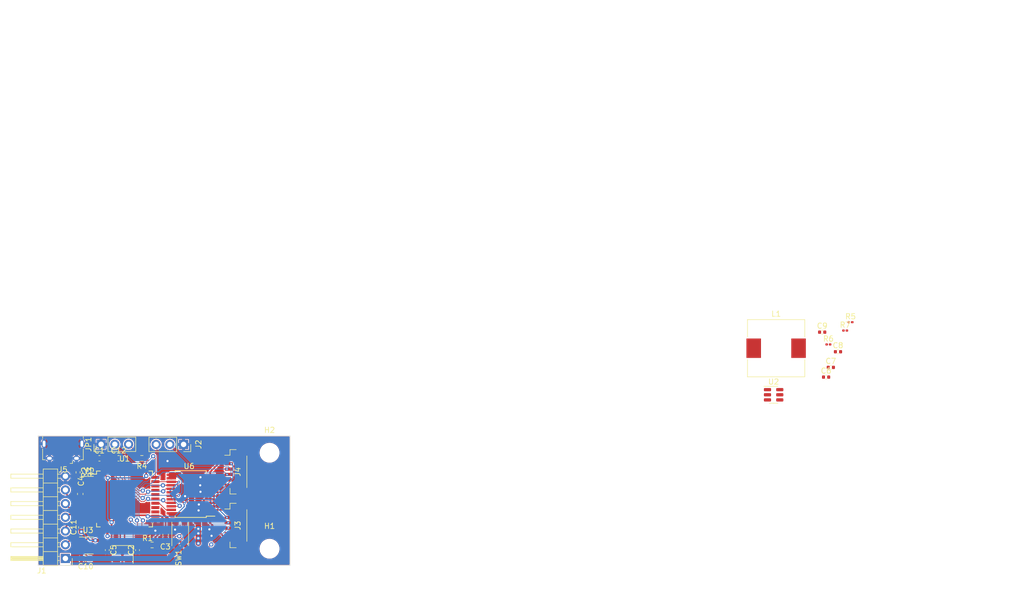
<source format=kicad_pcb>
(kicad_pcb (version 20211014) (generator pcbnew)
  (layers (0 "F.Cu" signal) (31 "B.Cu" signal) (34 "B.Paste" user) (35 "F.Paste" user) (36 "B.SilkS" user "B.Silkscreen") (37 "F.SilkS" user "F.Silkscreen") (38 "B.Mask" user) (39 "F.Mask" user) (44 "Edge.Cuts" user))
  (net 0 "")
  (net 1 "+3.3V")
  (net 2 "GND")
  (net 3 "/SPI_SCLK")
  (net 4 "/SPI_MISO")
  (net 5 "/SPI_MOSI")
  (net 6 "/SPI_NSS")
  (net 7 "/VBATT")
  (net 8 "/UART_TX")
  (net 9 "/UART_RX")
  (net 10 "/motorA1")
  (net 11 "/qEncoderA1")
  (net 12 "/qEncoderB1")
  (net 13 "/motorB1")
  (net 14 "/motorA2")
  (net 15 "/motorB2")
  (net 16 "Net-(JP1-Pad2)")
  (net 17 "/PWM2H")
  (net 18 "/PWM1H")
  (net 19 "/AIN2")
  (net 20 "/AIN1")
  (net 21 "/BIN2")
  (net 22 "/BIN1")
  (net 23 "/STBY")
  (net 24 "+5V")
  (net 25 "Net-(C2-Pad2)")
  (net 26 "Net-(C4-Pad1)")
  (net 27 "Net-(C5-Pad1)")
  (net 28 "Net-(C6-Pad1)")
  (net 29 "Net-(C6-Pad2)")
  (net 30 "+3V3")
  (net 31 "Net-(J5-Pad2)")
  (net 32 "Net-(J5-Pad3)")
  (net 34 "Net-(JP1-Pad3)")
  (net 35 "Net-(R1-Pad1)")
  (net 36 "Net-(R2-Pad2)")
  (net 37 "Net-(R3-Pad2)")
  (net 38 "Net-(R5-Pad1)")
  (net 39 "Net-(R6-Pad2)")
  (footprint "Resistor_SMD:R_0402_1005Metric" (layer "F.Cu") (at 93.4 123.746497 -90)
    (fp_text reference "R3")
    (fp_text value "22")
  )
  (footprint "Capacitor_SMD:C_0402_1005Metric" (layer "F.Cu") (at 103.2 138.146497 90)
    (fp_text reference "C2")
    (fp_text value "22pF")
  )
  (footprint "Connector_JST:JST_SH_BM06B-SRSS-TB_1x06-1MP_P1.00mm_Vertical" (layer "F.Cu") (at 121.425 133.59 -90)
    (fp_text reference "J3")
    (fp_text value "Conn_01x06_Male")
  )
  (footprint "Capacitor_SMD:C_0402_1005Metric" (layer "F.Cu") (at 231.525 104.3)
    (fp_text reference "C7")
    (fp_text value "22uF")
  )
  (footprint "Capacitor_SMD:C_0603_1608Metric" (layer "F.Cu") (at 93.6 139.746497 180)
    (fp_text reference "C10")
    (fp_text value "1uF")
  )
  (footprint "Capacitor_SMD:C_0603_1608Metric" (layer "F.Cu") (at 92.8 133.921497 90)
    (fp_text reference "C11")
    (fp_text value "1uF")
  )
  (footprint "Capacitor_SMD:C_0402_1005Metric" (layer "F.Cu") (at 229.925 97.775)
    (fp_text reference "C9")
    (fp_text value "22uF")
  )
  (footprint "Resistor_SMD:R_0201_0603Metric" (layer "F.Cu") (at 234.18 97.475)
    (fp_text reference "R7")
    (fp_text value "18.7k")
  )
  (footprint "Capacitor_SMD:C_0402_1005Metric" (layer "F.Cu") (at 230.65 106.1)
    (fp_text reference "C6")
    (fp_text value "1uF")
  )
  (footprint "Connector_PinHeader_2.54mm:PinHeader_1x03_P2.54mm_Vertical" (layer "F.Cu") (at 96.46 118.546497 90)
    (fp_text reference "JP1")
    (fp_text value "Jumper")
  )
  (footprint "Capacitor_SMD:C_0402_1005Metric" (layer "F.Cu") (at 97.6 138.146497 -90)
    (fp_text reference "C5")
    (fp_text value "22pF")
  )
  (footprint "Connector_PinHeader_2.54mm:PinHeader_1x07_P2.54mm_Horizontal" (layer "F.Cu") (at 89.85 139.696497 180)
    (fp_text reference "J1")
    (fp_text value "Conn_01x07_Female")
  )
  (footprint "Package_QFP:TQFP-44_10x10mm_P0.8mm" (layer "F.Cu") (at 100.8 128.671497)
    (fp_text reference "U1")
    (fp_text value "ATmega32U4-A")
  )
  (footprint "Resistor_SMD:R_0603_1608Metric" (layer "F.Cu") (at 104 121.15 180)
    (fp_text reference "R4")
    (fp_text value "10k")
  )
  (footprint "Resistor_SMD:R_0402_1005Metric" (layer "F.Cu") (at 92.2 123.746497 -90)
    (fp_text reference "R2")
    (fp_text value "22")
  )
  (footprint "Package_TO_SOT_SMD:SOT-23-5" (layer "F.Cu") (at 94.225 137.296497)
    (fp_text reference "U3")
    (fp_text value "TLV75533PDBV")
  )
  (footprint "Capacitor_SMD:C_0603_1608Metric" (layer "F.Cu") (at 99.695 121.146497)
    (fp_text reference "C12")
    (fp_text value "10uF")
  )
  (footprint "Connector_USB:USB_Micro-B_Amphenol_10118194_Horizontal" (layer "F.Cu") (at 89.4 119.746497 180)
    (fp_text reference "J5")
    (fp_text value "USB_B_Micro")
  )
  (footprint "Capacitor_SMD:C_0402_1005Metric" (layer "F.Cu") (at 232.85 101.4)
    (fp_text reference "C8")
    (fp_text value "22uF")
  )
  (footprint "Connector_PinSocket_2.54mm:PinSocket_1x03_P2.54mm_Vertical" (layer "F.Cu") (at 111.725 118.571497 -90)
    (fp_text reference "J2")
    (fp_text value "pgm")
  )
  (footprint "Capacitor_SMD:C_0603_1608Metric" (layer "F.Cu") (at 96.15 121.15)
    (fp_text reference "C1")
    (fp_text value "1uF")
  )
  (footprint "Package_TO_SOT_SMD:SOT-23-6" (layer "F.Cu") (at 220.9375 109.375)
    (fp_text reference "U2")
    (fp_text value "MT1470")
  )
  (footprint "Button_Switch_SMD:SW_Push_1P1T_NO_CK_KMR2" (layer "F.Cu") (at 111.1 135.15 -90)
    (fp_text reference "SW1")
    (fp_text value "sw")
  )
  (footprint "Package_SO:SSOP-24_5.3x8.2mm_P0.65mm" (layer "F.Cu") (at 113.05 127.765 180)
    (fp_text reference "U6")
    (fp_text value "TB6612FNG")
  )
  (footprint "Resistor_SMD:R_0603_1608Metric" (layer "F.Cu") (at 105.9 137.2 180)
    (fp_text reference "R1")
    (fp_text value "10k")
  )
  (footprint "Crystal:Crystal_SMD_TXC_7M-4Pin_3.2x2.5mm" (layer "F.Cu") (at 100.4 138.946497 180)
    (fp_text reference "Y1")
    (fp_text value "Crystal")
  )
  (footprint "Inductor_SMD:L_10.4x10.4_H4.8" (layer "F.Cu") (at 221.4 100.75)
    (fp_text reference "L1")
    (fp_text value "11uH")
  )
  (footprint "MountingHole:MountingHole_3.2mm_M3" (layer "F.Cu") (at 127.635 137.896497)
    (fp_text reference "H1")
    (fp_text value "MountingHole")
  )
  (footprint "Resistor_SMD:R_0201_0603Metric" (layer "F.Cu") (at 235.175 95.925)
    (fp_text reference "R5")
    (fp_text value "200k")
  )
  (footprint "Connector_JST:JST_SH_BM06B-SRSS-TB_1x06-1MP_P1.00mm_Vertical" (layer "F.Cu") (at 121.425 123.64 -90)
    (fp_text reference "J4")
    (fp_text value "Conn_01x06_Male")
  )
  (footprint "MountingHole:MountingHole_3.2mm_M3" (layer "F.Cu") (at 127.635 120.116497)
    (fp_text reference "H2")
    (fp_text value "MountingHole")
  )
  (footprint "Capacitor_SMD:C_0603_1608Metric" (layer "F.Cu") (at 92.6 127.746497 90)
    (fp_text reference "C4")
    (fp_text value "1uF")
  )
  (footprint "Capacitor_SMD:C_0603_1608Metric" (layer "F.Cu") (at 108.4 135.321497 -90)
    (fp_text reference "C3")
    (fp_text value "10uF")
  )
  (footprint "Resistor_SMD:R_0201_0603Metric" (layer "F.Cu") (at 231.075 100.05)
    (fp_text reference "R6")
    (fp_text value "100k")
  )
  (gr_rect (start 84.8 117) (end 131.445 140.97) (layer "Edge.Cuts") (width 0.1) (fill none))
  (segment (start 104.825 122.946497) (end 104.8 122.971497) (width 0.127) (layer "F.Cu") (net 1))
  (segment (start 97.914164 136.346497) (end 98.4 135.860661) (width 0.3) (layer "F.Cu") (net 1))
  (segment (start 98.4 121.666497) (end 98.92 121.146497) (width 0.25) (layer "F.Cu") (net 1))
  (segment (start 108.4 134.546497) (end 108.4 132.721497) (width 0.3) (layer "F.Cu") (net 1))
  (segment (start 95.4 136.346497) (end 97.914164 136.346497) (width 0.3) (layer "F.Cu") (net 1))
  (segment (start 107.55 131.871497) (end 106.5 131.871497) (width 0.3) (layer "F.Cu") (net 1))
  (segment (start 111.09 128.74) (end 109.45 128.74) (width 0.3) (layer "F.Cu") (net 1))
  (segment (start 104.825 121.15) (end 104.825 122.946497) (width 0.127) (layer "F.Cu") (net 1))
  (segment (start 98.4 122.971497) (end 98.4 123.971497) (width 0.25) (layer "F.Cu") (net 1))
  (segment (start 108.4 132.721497) (end 107.55 131.871497) (width 0.3) (layer "F.Cu") (net 1))
  (segment (start 98.4 122.971497) (end 98.4 121.666497) (width 0.25) (layer "F.Cu") (net 1))
  (segment (start 105.128503 131.871497) (end 105.1 131.9) (width 0.3) (layer "F.Cu") (net 1))
  (segment (start 106.5 131.871497) (end 105.128503 131.871497) (width 0.3) (layer "F.Cu") (net 1))
  (segment (start 96.8 123.671497) (end 96.8 122.971497) (width 0.25) (layer "F.Cu") (net 1))
  (segment (start 108.4 134.546497) (end 107.728503 134.546497) (width 0.3) (layer "F.Cu") (net 1))
  (segment (start 97.175 124.046497) (end 96.8 123.671497) (width 0.25) (layer "F.Cu") (net 1))
  (segment (start 96.8 122.971497) (end 96.8 123.870997) (width 0.25) (layer "F.Cu") (net 1))
  (segment (start 107.728503 134.546497) (end 105.075 137.2) (width 0.3) (layer "F.Cu") (net 1))
  (segment (start 98.4 134.371497) (end 98.4 133) (width 0.3) (layer "F.Cu") (net 1))
  (segment (start 104.8 122.971497) (end 104.8 124.4) (width 0.3) (layer "F.Cu") (net 1))
  (segment (start 98.4 135.860661) (end 98.4 134.371497) (width 0.3) (layer "F.Cu") (net 1))
  (segment (start 111.85 129.5) (end 111.09 128.74) (width 0.3) (layer "F.Cu") (net 1))
  (segment (start 96.8 123.870997) (end 97.7 124.770997) (width 0.25) (layer "F.Cu") (net 1))
  (segment (start 98.4 133) (end 99.7 131.7) (width 0.3) (layer "F.Cu") (net 1))
  (segment (start 104.9 131.7) (end 105.1 131.9) (width 0.3) (layer "F.Cu") (net 1))
  (segment (start 99.7 131.7) (end 104.9 131.7) (width 0.3) (layer "F.Cu") (net 1))
  (segment (start 98.4 123.971497) (end 98.325 124.046497) (width 0.25) (layer "F.Cu") (net 1))
  (segment (start 98.325 124.046497) (end 97.175 124.046497) (width 0.25) (layer "F.Cu") (net 1))
  (via (at 95.4 136.346497) (size 0.8) (drill 0.4) (layers "F.Cu" "B.Cu") (net 1))
  (via (at 92.8 134.746497) (size 0.8) (drill 0.4) (layers "F.Cu" "B.Cu") (net 1))
  (via (at 97.7 124.770997) (size 0.8) (drill 0.4) (layers "F.Cu" "B.Cu") (net 1))
  (via (at 119.75 132.115) (size 0.5) (drill 0.2) (layers "F.Cu" "B.Cu") (net 1))
  (via (at 120.55 122.14) (size 0.5) (drill 0.2) (layers "F.Cu" "B.Cu") (net 1))
  (via (at 98.4 133) (size 0.8) (drill 0.4) (layers "F.Cu" "B.Cu") (net 1))
  (via (at 105.1 131.9) (size 0.8) (drill 0.4) (layers "F.Cu" "B.Cu") (net 1))
  (via (at 111.85 129.5) (size 0.5) (drill 0.2) (layers "F.Cu" "B.Cu") (net 1))
  (via (at 104.8 124.4) (size 0.8) (drill 0.4) (layers "F.Cu" "B.Cu") (net 1))
  (segment (start 120.55 122.14) (end 120.85 122.44) (width 0.2) (layer "B.Cu") (net 1))
  (segment (start 94.4 136.346497) (end 95.4 136.346497) (width 0.3) (layer "B.Cu") (net 1))
  (segment (start 120.85 124.915) (end 117 128.765) (width 0.2) (layer "B.Cu") (net 1))
  (segment (start 98.4 133) (end 97.7 132.3) (width 0.3) (layer "B.Cu") (net 1))
  (segment (start 110.03995 131.9) (end 105.1 131.9) (width 0.2) (layer "B.Cu") (net 1))
  (segment (start 92.8 134.746497) (end 94.4 136.346497) (width 0.3) (layer "B.Cu") (net 1))
  (segment (start 97.7 124.770997) (end 104.429003 124.770997) (width 0.25) (layer "B.Cu") (net 1))
  (segment (start 104.429003 124.770997) (end 104.8 124.4) (width 0.25) (layer "B.Cu") (net 1))
  (segment (start 113.075 128.765) (end 116.4 128.765) (width 0.2) (layer "B.Cu") (net 1))
  (segment (start 111.85 129.5) (end 112.585 128.765) (width 0.2) (layer "B.Cu") (net 1))
  (segment (start 116.4 128.765) (end 119.75 132.115) (width 0.2) (layer "B.Cu") (net 1))
  (segment (start 112.585 128.765) (end 113.075 128.765) (width 0.2) (layer "B.Cu") (net 1))
  (segment (start 97.7 132.3) (end 97.7 124.770997) (width 0.3) (layer "B.Cu") (net 1))
  (segment (start 120.85 122.44) (end 120.85 124.915) (width 0.2) (layer "B.Cu") (net 1))
  (segment (start 111.85 129.5) (end 111.85 130.08995) (width 0.2) (layer "B.Cu") (net 1))
  (segment (start 111.85 130.08995) (end 110.03995 131.9) (width 0.2) (layer "B.Cu") (net 1))
  (segment (start 117 128.765) (end 113.075 128.765) (width 0.2) (layer "B.Cu") (net 1))
  (via (at 114.85 127.35) (size 0.8) (drill 0.4) (layers "F.Cu" "B.Cu") (net 2))
  (via (at 112 128.15) (size 0.8) (drill 0.4) (layers "F.Cu" "B.Cu") (net 2))
  (via (at 106.5 134.55) (size 0.8) (drill 0.4) (layers "F.Cu" "B.Cu") (net 2))
  (via (at 116.9 135.5) (size 0.8) (drill 0.4) (layers "F.Cu" "B.Cu") (net 2))
  (via (at 108.75 121.65) (size 0.8) (drill 0.4) (layers "F.Cu" "B.Cu") (net 2))
  (via (at 114.5 130.8) (size 0.8) (drill 0.4) (layers "F.Cu" "B.Cu") (net 2))
  (via (at 110.15 134.35) (size 0.8) (drill 0.4) (layers "F.Cu" "B.Cu") (net 2))
  (via (at 114.8 126.15) (size 0.8) (drill 0.4) (layers "F.Cu" "B.Cu") (net 2))
  (via (at 114.85 124.65) (size 0.8) (drill 0.4) (layers "F.Cu" "B.Cu") (net 2))
  (via (at 114.55 129.7) (size 0.8) (drill 0.4) (layers "F.Cu" "B.Cu") (net 2))
  (via (at 116.5 134.3) (size 0.8) (drill 0.4) (layers "F.Cu" "B.Cu") (net 2))
  (segment (start 91.325 131.071497) (end 89.85 129.596497) (width 0.25) (layer "F.Cu") (net 3))
  (segment (start 95.1 131.071497) (end 91.325 131.071497) (width 0.25) (layer "F.Cu") (net 3))
  (segment (start 89.85 129.596497) (end 89.85 129.536497) (width 0.25) (layer "F.Cu") (net 3))
  (segment (start 94.375 132.671497) (end 95.1 132.671497) (width 0.25) (layer "F.Cu") (net 4))
  (segment (start 91.75 131.996497) (end 93.7 131.996497) (width 0.25) (layer "F.Cu") (net 4))
  (segment (start 89.85 134.616497) (end 89.85 133.896497) (width 0.25) (layer "F.Cu") (net 4))
  (segment (start 93.7 131.996497) (end 94.375 132.671497) (width 0.25) (layer "F.Cu") (net 4))
  (segment (start 89.85 133.896497) (end 91.75 131.996497) (width 0.25) (layer "F.Cu") (net 4))
  (segment (start 94.35 131.871497) (end 94.025 131.546497) (width 0.25) (layer "F.Cu") (net 5))
  (segment (start 95.1 131.871497) (end 94.35 131.871497) (width 0.25) (layer "F.Cu") (net 5))
  (segment (start 94.025 131.546497) (end 90.38 131.546497) (width 0.25) (layer "F.Cu") (net 5))
  (segment (start 90.38 131.546497) (end 89.85 132.076497) (width 0.25) (layer "F.Cu") (net 5))
  (segment (start 95.1 130.271497) (end 92.525 130.271497) (width 0.25) (layer "F.Cu") (net 6))
  (segment (start 89.85 127.596497) (end 89.85 126.996497) (width 0.25) (layer "F.Cu") (net 6))
  (segment (start 92.525 130.271497) (end 89.85 127.596497) (width 0.25) (layer "F.Cu") (net 6))
  (segment (start 113.2 126.546497) (end 113.2 129.915) (width 1) (layer "F.Cu") (net 7))
  (segment (start 112.865 131.615) (end 113.75 132.5) (width 1) (layer "F.Cu") (net 7))
  (segment (start 114.45 133.2) (end 114.45 134.2) (width 1) (layer "F.Cu") (net 7))
  (segment (start 114.45 135.95) (end 114.45 136.9) (width 1) (layer "F.Cu") (net 7))
  (segment (start 111.5 131.615) (end 109.45 131.615) (width 1) (layer "F.Cu") (net 7))
  (segment (start 113.2 129.915) (end 111.5 131.615) (width 1) (layer "F.Cu") (net 7))
  (segment (start 111.5 131.615) (end 112.865 131.615) (width 1) (layer "F.Cu") (net 7))
  (segment (start 114.45 135.05) (end 114.45 135.95) (width 1) (layer "F.Cu") (net 7))
  (segment (start 114.45 134.2) (end 114.45 135.05) (width 1) (layer "F.Cu") (net 7))
  (segment (start 109.45 124.19) (end 109.45 124.565) (width 1) (layer "F.Cu") (net 7))
  (segment (start 109.45 124.19) (end 110.843503 124.19) (width 1) (layer "F.Cu") (net 7))
  (segment (start 110.843503 124.19) (end 113.2 126.546497) (width 1) (layer "F.Cu") (net 7))
  (segment (start 113.75 132.5) (end 114.45 133.2) (width 1) (layer "F.Cu") (net 7))
  (via (at 114.45 135.95) (size 0.8) (drill 0.4) (layers "F.Cu" "B.Cu") (net 7))
  (via (at 114.45 134.2) (size 0.8) (drill 0.4) (layers "F.Cu" "B.Cu") (net 7))
  (via (at 114.45 136.9) (size 0.8) (drill 0.4) (layers "F.Cu" "B.Cu") (net 7))
  (via (at 114.45 135.05) (size 0.8) (drill 0.4) (layers "F.Cu" "B.Cu") (net 7))
  (segment (start 108.953503 139.696497) (end 89.85 139.696497) (width 1) (layer "B.Cu") (net 7))
  (segment (start 114.45 134.2) (end 108.953503 139.696497) (width 1) (layer "B.Cu") (net 7))
  (segment (start 103.2 134.371497) (end 103.2 132.75) (width 0.127) (layer "F.Cu") (net 8))
  (segment (start 103.2 132.75) (end 103.1 132.65) (width 0.127) (layer "F.Cu") (net 8))
  (via (at 103.1 132.65) (size 0.8) (drill 0.4) (layers "F.Cu" "B.Cu") (net 8))
  (via (at 119.75 123.14) (size 0.5) (drill 0.2) (layers "F.Cu" "B.Cu") (net 8))
  (segment (start 104.954 125.496) (end 106.8 123.65) (width 0.127) (layer "B.Cu") (net 8))
  (segment (start 106.7635 118.689997) (end 106.645 118.571497) (width 0.127) (layer "B.Cu") (net 8))
  (segment (start 107.61 123.14) (end 119.75 123.14) (width 0.127) (layer "B.Cu") (net 8))
  (segment (start 104.40625 125.496) (end 104.954 125.496) (width 0.127) (layer "B.Cu") (net 8))
  (segment (start 106.8 123.65) (end 107.1 123.65) (width 0.127) (layer "B.Cu") (net 8))
  (segment (start 107.1 123.65) (end 107.61 123.14) (width 0.127) (layer "B.Cu") (net 8))
  (segment (start 106.8 123.65) (end 106.8 119.5) (width 0.127) (layer "B.Cu") (net 8))
  (segment (start 103.1 132.65) (end 103.1 126.80225) (width 0.127) (layer "B.Cu") (net 8))
  (segment (start 106.7635 119.4635) (end 106.7635 118.689997) (width 0.127) (layer "B.Cu") (net 8))
  (segment (start 106.8 119.5) (end 106.7635 119.4635) (width 0.127) (layer "B.Cu") (net 8))
  (segment (start 103.1 126.80225) (end 104.40625 125.496) (width 0.127) (layer "B.Cu") (net 8))
  (segment (start 104 134.371497) (end 104 132.8505) (width 0.127) (layer "F.Cu") (net 9))
  (segment (start 104 132.8505) (end 104.2 132.6505) (width 0.127) (layer "F.Cu") (net 9))
  (via (at 104.2 132.6505) (size 0.8) (drill 0.4) (layers "F.Cu" "B.Cu") (net 9))
  (via (at 119.775 124.165) (size 0.5) (drill 0.2) (layers "F.Cu" "B.Cu") (net 9))
  (segment (start 107.8635 123.7365) (end 119.3465 123.7365) (width 0.127) (layer "B.Cu") (net 9))
  (segment (start 104.2 132.6505) (end 103.45 131.9005) (width 0.127) (layer "B.Cu") (net 9))
  (segment (start 119.962699 122.6265) (end 120.4865 123.150301) (width 0.127) (layer "B.Cu") (net 9))
  (segment (start 109.185 118.571497) (end 113.240003 122.6265) (width 0.127) (layer "B.Cu") (net 9))
  (segment (start 113.240003 122.6265) (end 119.962699 122.6265) (width 0.127) (layer "B.Cu") (net 9))
  (segment (start 103.45 131.9005) (end 103.45 126.914698) (width 0.127) (layer "B.Cu") (net 9))
  (segment (start 105.777 125.823) (end 107.8635 123.7365) (width 0.127) (layer "B.Cu") (net 9))
  (segment (start 103.45 126.914698) (end 104.541698 125.823) (width 0.127) (layer "B.Cu") (net 9))
  (segment (start 120.4865 123.150301) (end 120.4865 124.1635) (width 0.127) (layer "B.Cu") (net 9))
  (segment (start 120.3 124.35) (end 119.96 124.35) (width 0.127) (layer "B.Cu") (net 9))
  (segment (start 119.3465 123.7365) (end 119.775 124.165) (width 0.127) (layer "B.Cu") (net 9))
  (segment (start 104.541698 125.823) (end 105.777 125.823) (width 0.127) (layer "B.Cu") (net 9))
  (segment (start 119.96 124.35) (end 119.775 124.165) (width 0.127) (layer "B.Cu") (net 9))
  (segment (start 120.4865 124.1635) (end 120.3 124.35) (width 0.127) (layer "B.Cu") (net 9))
  (segment (start 116.65 131.34) (end 116.65 130.69) (width 0.3) (layer "F.Cu") (net 10))
  (segment (start 120.1 131.09) (end 119.7 130.69) (width 0.3) (layer "F.Cu") (net 10))
  (segment (start 117.6 130.69) (end 116.65 130.69) (width 0.3) (layer "F.Cu") (net 10))
  (segment (start 116.95 131.34) (end 117.6 130.69) (width 0.3) (layer "F.Cu") (net 10))
  (segment (start 119.7 130.69) (end 117.6 130.69) (width 0.3) (layer "F.Cu") (net 10))
  (segment (start 116.65 131.34) (end 116.95 131.34) (width 0.3) (layer "F.Cu") (net 10))
  (segment (start 101.8615 132.5885) (end 101.8615 133.357997) (width 0.127) (layer "F.Cu") (net 11))
  (segment (start 101.6 133.619497) (end 101.6 134.371497) (width 0.127) (layer "F.Cu") (net 11))
  (segment (start 101.95 132.5) (end 101.8615 132.5885) (width 0.127) (layer "F.Cu") (net 11))
  (segment (start 101.8615 133.357997) (end 101.6 133.619497) (width 0.127) (layer "F.Cu") (net 11))
  (via (at 120 133.065) (size 0.5) (drill 0.2) (layers "F.Cu" "B.Cu") (net 11))
  (via (at 101.95 132.5) (size 0.8) (drill 0.4) (layers "F.Cu" "B.Cu") (net 11))
  (segment (start 102.7635 133.3135) (end 119.7515 133.3135) (width 0.127) (layer "B.Cu") (net 11))
  (segment (start 119.7515 133.3135) (end 120 133.065) (width 0.127) (layer "B.Cu") (net 11))
  (segment (start 101.95 132.5) (end 102.7635 133.3135) (width 0.127) (layer "B.Cu") (net 11))
  (segment (start 104.6635 138.1635) (end 108.1135 138.1635) (width 0.127) (layer "F.Cu") (net 12))
  (segment (start 114.75 139.2) (end 116.85 137.1) (width 0.127) (layer "F.Cu") (net 12))
  (segment (start 109.15 139.2) (end 114.75 139.2) (width 0.127) (layer "F.Cu") (net 12))
  (segment (start 108.1135 138.1635) (end 109.15 139.2) (width 0.127) (layer "F.Cu") (net 12))
  (segment (start 102.4 134.371497) (end 102.4 135.9) (width 0.127) (layer "F.Cu") (net 12))
  (segment (start 102.4 135.9) (end 104.6635 138.1635) (width 0.127) (layer "F.Cu") (net 12))
  (via (at 120.025 134.04) (size 0.5) (drill 0.2) (layers "F.Cu" "B.Cu") (net 12))
  (via (at 116.85 137.1) (size 0.8) (drill 0.4) (layers "F.Cu" "B.Cu") (net 12))
  (segment (start 117.665 136.4) (end 120.025 134.04) (width 0.127) (layer "B.Cu") (net 12))
  (segment (start 117.55 136.4) (end 117.665 136.4) (width 0.127) (layer "B.Cu") (net 12))
  (segment (start 116.85 137.1) (end 117.55 136.4) (width 0.127) (layer "B.Cu") (net 12))
  (segment (start 116.65 128.09) (end 116.35 128.09) (width 0.3) (layer "F.Cu") (net 13))
  (segment (start 115.425 131.915) (end 115.425 129.015) (width 0.3) (layer "F.Cu") (net 13))
  (segment (start 115.425 129.015) (end 115.7 128.74) (width 0.3) (layer "F.Cu") (net 13))
  (segment (start 115.7 128.74) (end 116.65 128.74) (width 0.3) (layer "F.Cu") (net 13))
  (segment (start 120.1 136.09) (end 119.6 136.09) (width 0.3) (layer "F.Cu") (net 13))
  (segment (start 116.35 128.09) (end 115.425 129.015) (width 0.3) (layer "F.Cu") (net 13))
  (segment (start 116.65 128.74) (end 116.65 128.09) (width 0.3) (layer "F.Cu") (net 13))
  (segment (start 119.6 136.09) (end 115.425 131.915) (width 0.3) (layer "F.Cu") (net 13))
  (segment (start 116.65 123.665) (end 116.65 124.19) (width 0.3) (layer "F.Cu") (net 14))
  (segment (start 119.175 121.14) (end 116.65 123.665) (width 0.3) (layer "F.Cu") (net 14))
  (segment (start 120.1 121.14) (end 119.175 121.14) (width 0.3) (layer "F.Cu") (net 14))
  (segment (start 116.65 124.19) (end 116.65 124.84) (width 0.3) (layer "F.Cu") (net 14))
  (segment (start 116.65 127.44) (end 116.65 126.79) (width 0.3) (layer "F.Cu") (net 15))
  (segment (start 118.8 127.44) (end 116.65 127.44) (width 0.3) (layer "F.Cu") (net 15))
  (segment (start 120.1 126.14) (end 118.8 127.44) (width 0.3) (layer "F.Cu") (net 15))
  (segment (start 106.1 120.75) (end 106.5 121.15) (width 0.127) (layer "F.Cu") (net 16))
  (segment (start 106.5 121.15) (end 106.5 124.671497) (width 0.127) (layer "F.Cu") (net 16))
  (via (at 106.1 120.75) (size 0.8) (drill 0.4) (layers "F.Cu" "B.Cu") (net 16))
  (segment (start 104.903503 121.946497) (end 102.4 121.946497) (width 0.127) (layer "B.Cu") (net 16))
  (segment (start 106.1 120.75) (end 104.903503 121.946497) (width 0.127) (layer "B.Cu") (net 16))
  (segment (start 102.4 121.946497) (end 99 118.546497) (width 0.127) (layer "B.Cu") (net 16))
  (segment (start 109.45 125.49) (end 110.8 125.49) (width 0.2) (layer "F.Cu") (net 17))
  (segment (start 106.5 125.471497) (end 109.431497 125.471497) (width 0.127) (layer "F.Cu") (net 17))
  (segment (start 109.431497 125.471497) (end 109.45 125.49) (width 0.127) (layer "F.Cu") (net 17))
  (segment (start 110.8 125.49) (end 110.85 125.54) (width 0.2) (layer "F.Cu") (net 17))
  (via (at 110.85 125.54) (size 0.5) (drill 0.2) (layers "F.Cu" "B.Cu") (net 17))
  (segment (start 109.125 127.265) (end 110.85 125.54) (width 0.2) (layer "B.Cu") (net 17))
  (segment (start 108.448 130.69) (end 107.229497 129.471497) (width 0.127) (layer "F.Cu") (net 18))
  (segment (start 109.45 130.69) (end 108.448 130.69) (width 0.127) (layer "F.Cu") (net 18))
  (segment (start 107.229497 129.471497) (end 106.5 129.471497) (width 0.127) (layer "F.Cu") (net 18))
  (segment (start 109.45 130.04) (end 110.91 130.04) (width 0.127) (layer "F.Cu") (net 19))
  (segment (start 100 124.6) (end 100 122.971497) (width 0.127) (layer "F.Cu") (net 19))
  (segment (start 110.91 130.04) (end 111 129.95) (width 0.127) (layer "F.Cu") (net 19))
  (segment (start 103.9 128.5) (end 100 124.6) (width 0.127) (layer "F.Cu") (net 19))
  (segment (start 104.15 128.5) (end 103.9 128.5) (width 0.127) (layer "F.Cu") (net 19))
  (via (at 104.15 128.5) (size 0.8) (drill 0.4) (layers "F.Cu" "B.Cu") (net 19))
  (via (at 111 129.95) (size 0.8) (drill 0.4) (layers "F.Cu" "B.Cu") (net 19))
  (segment (start 104.15 128.5) (end 104.65 128) (width 0.127) (layer "B.Cu") (net 19))
  (segment (start 109.05 128) (end 111 129.95) (width 0.127) (layer "B.Cu") (net 19))
  (segment (start 104.65 128) (end 109.05 128) (width 0.127) (layer "B.Cu") (net 19))
  (segment (start 104.925331 128.663) (end 104.424831 129.1635) (width 0.127) (layer "F.Cu") (net 20))
  (segment (start 103.8635 129.1635) (end 99.2 124.5) (width 0.127) (layer "F.Cu") (net 20))
  (segment (start 108.44 129.39) (end 107.95 128.9) (width 0.127) (layer "F.Cu") (net 20))
  (segment (start 109.45 129.39) (end 108.44 129.39) (width 0.127) (layer "F.Cu") (net 20))
  (segment (start 104.424831 129.1635) (end 103.8635 129.1635) (width 0.127) (layer "F.Cu") (net 20))
  (segment (start 99.2 124.5) (end 99.2 122.971497) (width 0.127) (layer "F.Cu") (net 20))
  (segment (start 105.148121 128.663) (end 104.925331 128.663) (width 0.127) (layer "F.Cu") (net 20))
  (via (at 105.148121 128.663) (size 0.8) (drill 0.4) (layers "F.Cu" "B.Cu") (net 20))
  (via (at 107.95 128.9) (size 0.8) (drill 0.4) (layers "F.Cu" "B.Cu") (net 20))
  (segment (start 105.148121 128.663) (end 105.385121 128.9) (width 0.127) (layer "B.Cu") (net 20))
  (segment (start 105.385121 128.9) (end 107.95 128.9) (width 0.127) (layer "B.Cu") (net 20))
  (segment (start 103.455988 127.131092) (end 101.6 125.275104) (width 0.127) (layer "F.Cu") (net 21))
  (segment (start 108.1 126.15) (end 107.9 126.15) (width 0.127) (layer "F.Cu") (net 21))
  (segment (start 101.6 125.275104) (end 101.6 122.971497) (width 0.127) (layer "F.Cu") (net 21))
  (segment (start 108.438 126.15) (end 108.1 126.15) (width 0.127) (layer "F.Cu") (net 21))
  (segment (start 109.45 126.14) (end 108.448 126.14) (width 0.127) (layer "F.Cu") (net 21))
  (segment (start 108.448 126.14) (end 108.438 126.15) (width 0.127) (layer "F.Cu") (net 21))
  (segment (start 104.171937 127.131092) (end 103.455988 127.131092) (width 0.127) (layer "F.Cu") (net 21))
  (via (at 104.171937 127.131092) (size 0.8) (drill 0.4) (layers "F.Cu" "B.Cu") (net 21))
  (via (at 107.9 126.15) (size 0.8) (drill 0.4) (layers "F.Cu" "B.Cu") (net 21))
  (segment (start 105.153029 126.15) (end 107.9 126.15) (width 0.127) (layer "B.Cu") (net 21))
  (segment (start 104.171937 127.131092) (end 105.153029 126.15) (width 0.127) (layer "B.Cu") (net 21))
  (segment (start 103.662448 127.8) (end 100.8 124.937552) (width 0.127) (layer "F.Cu") (net 22))
  (segment (start 104.687 127.8) (end 103.662448 127.8) (width 0.127) (layer "F.Cu") (net 22))
  (segment (start 105.15 127.337) (end 104.687 127.8) (width 0.127) (layer "F.Cu") (net 22))
  (segment (start 100.8 124.937552) (end 100.8 122.971497) (width 0.127) (layer "F.Cu") (net 22))
  (segment (start 107.988 127.25) (end 107.95 127.25) (width 0.127) (layer "F.Cu") (net 22))
  (segment (start 108.448 126.79) (end 107.988 127.25) (width 0.127) (layer "F.Cu") (net 22))
  (segment (start 109.45 126.79) (end 108.448 126.79) (width 0.127) (layer "F.Cu") (net 22))
  (via (at 107.95 127.25) (size 0.8) (drill 0.4) (layers "F.Cu" "B.Cu") (net 22))
  (via (at 105.15 127.337) (size 0.8) (drill 0.4) (layers "F.Cu" "B.Cu") (net 22))
  (segment (start 105.15 127.337) (end 105.237 127.25) (width 0.127) (layer "B.Cu") (net 22))
  (segment (start 105.237 127.25) (end 107.95 127.25) (width 0.127) (layer "B.Cu") (net 22))
  (segment (start 109.45 128.09) (end 110.75 128.09) (width 0.2) (layer "F.Cu") (net 23))
  (segment (start 110.75 128.09) (end 110.775 128.065) (width 0.2) (layer "F.Cu") (net 23))
  (via (at 110.775 128.065) (size 0.5) (drill 0.2) (layers "F.Cu" "B.Cu") (net 23))
  (segment (start 111.4 127.44) (end 110.775 128.065) (width 0.2) (layer "B.Cu") (net 23))
  (segment (start 111.4 125.29) (end 111.4 127.44) (width 0.2) (layer "B.Cu") (net 23))
  (segment (start 110.45 124.34) (end 111.4 125.29) (width 0.2) (layer "B.Cu") (net 23))
  (segment (start 95.1 129.471497) (end 95.975 129.471497) (width 0.25) (layer "F.Cu") (net 24))
  (segment (start 93.0875 138.246497) (end 93.0875 138.458997) (width 0.25) (layer "F.Cu") (net 24))
  (segment (start 96.4 124.346497) (end 96.4 125.146497) (width 0.3) (layer "F.Cu") (net 24))
  (segment (start 96.175 133.771497) (end 93.6 136.346497) (width 0.25) (layer "F.Cu") (net 24))
  (segment (start 94.1865 122.132997) (end 96.4 124.346497) (width 0.3) (layer "F.Cu") (net 24))
  (segment (start 95.1 129.471497) (end 95.875 129.471497) (width 0.25) (layer "F.Cu") (net 24))
  (segment (start 94.2 137.074746) (end 94.2 137.518248) (width 0.25) (layer "F.Cu") (net 24))
  (segment (start 95.925 125.471497) (end 95.1 125.471497) (width 0.3) (layer "F.Cu") (net 24))
  (segment (start 93.0875 138.458997) (end 94.375 139.746497) (width 0.25) (layer "F.Cu") (net 24))
  (segment (start 96.2 125.746497) (end 95.925 125.471497) (width 0.25) (layer "F.Cu") (net 24))
  (segment (start 96.4 125.146497) (end 96.075 125.471497) (width 0.3) (layer "F.Cu") (net 24))
  (segment (start 90.7 121.632997) (end 91.2 122.132997) (width 0.3) (layer "F.Cu") (net 24))
  (segment (start 91.2 122.132997) (end 94.1865 122.132997) (width 0.3) (layer "F.Cu") (net 24))
  (segment (start 89.85 137.156497) (end 90.19 137.156497) (width 0.25) (layer "F.Cu") (net 24))
  (segment (start 93.471751 138.246497) (end 93.0875 138.246497) (width 0.25) (layer "F.Cu") (net 24))
  (segment (start 89.85 137.156497) (end 90.66 136.346497) (width 0.25) (layer "F.Cu") (net 24))
  (segment (start 95.975 129.471497) (end 96.175 129.671497) (width 0.25) (layer "F.Cu") (net 24))
  (segment (start 96.075 125.471497) (end 95.925 125.471497) (width 0.3) (layer "F.Cu") (net 24))
  (segment (start 96.2 129.146497) (end 96.2 125.746497) (width 0.25) (layer "F.Cu") (net 24))
  (segment (start 93.6 136.346497) (end 93.0875 136.346497) (width 0.25) (layer "F.Cu") (net 24))
  (segment (start 90.7 121.146497) (end 90.7 121.632997) (width 0.3) (layer "F.Cu") (net 24))
  (segment (start 90.19 137.156497) (end 90.2 137.146497) (width 0.25) (layer "F.Cu") (net 24))
  (segment (start 90.66 136.346497) (end 93.0875 136.346497) (width 0.25) (layer "F.Cu") (net 24))
  (segment (start 94.1865 122.132997) (end 94.392003 122.132997) (width 0.3) (layer "F.Cu") (net 24))
  (segment (start 93.0875 136.346497) (end 93.471751 136.346497) (width 0.25) (layer "F.Cu") (net 24))
  (segment (start 95.875 129.471497) (end 96.2 129.146497) (width 0.25) (layer "F.Cu") (net 24))
  (segment (start 93.471751 136.346497) (end 94.2 137.074746) (width 0.25) (layer "F.Cu") (net 24))
  (segment (start 94.2 137.518248) (end 93.471751 138.246497) (width 0.25) (layer "F.Cu") (net 24))
  (segment (start 94.392003 122.132997) (end 95.375 121.15) (width 0.3) (layer "F.Cu") (net 24))
  (segment (start 96.175 129.671497) (end 96.175 133.771497) (width 0.25) (layer "F.Cu") (net 24))
  (segment (start 100.8 137.396497) (end 101.5 138.096497) (width 0.25) (layer "F.Cu") (net 25))
  (segment (start 101.5 138.096497) (end 102.77 138.096497) (width 0.25) (layer "F.Cu") (net 25))
  (segment (start 102.77 138.096497) (end 103.2 137.666497) (width 0.25) (layer "F.Cu") (net 25))
  (segment (start 100.8 134.371497) (end 100.8 137.396497) (width 0.25) (layer "F.Cu") (net 25))
  (segment (start 92.6 128.521497) (end 92.75 128.671497) (width 0.127) (layer "F.Cu") (net 26))
  (segment (start 92.75 128.671497) (end 95.1 128.671497) (width 0.127) (layer "F.Cu") (net 26))
  (segment (start 99.3 138.096497) (end 98.03 138.096497) (width 0.25) (layer "F.Cu") (net 27))
  (segment (start 98.03 138.096497) (end 97.6 137.666497) (width 0.25) (layer "F.Cu") (net 27))
  (segment (start 99.3 138.096497) (end 100 137.396497) (width 0.25) (layer "F.Cu") (net 27))
  (segment (start 100 137.396497) (end 100 134.371497) (width 0.25) (layer "F.Cu") (net 27))
  (segment (start 93.4 122.946497) (end 93.4 123.236497) (width 0.127) (layer "F.Cu") (net 31))
  (segment (start 93 122.546497) (end 93.4 122.946497) (width 0.127) (layer "F.Cu") (net 31))
  (segment (start 90.05 121.796497) (end 90.8 122.546497) (width 0.127) (layer "F.Cu") (net 31))
  (segment (start 90.05 121.146497) (end 90.05 121.796497) (width 0.127) (layer "F.Cu") (net 31))
  (segment (start 90.8 122.546497) (end 93 122.546497) (width 0.127) (layer "F.Cu") (net 31))
  (segment (start 89.4 121.146497) (end 89.4 121.948497) (width 0.127) (layer "F.Cu") (net 32))
  (segment (start 89.4 121.948497) (end 90.688 123.236497) (width 0.127) (layer "F.Cu") (net 32))
  (segment (start 90.688 123.236497) (end 92.2 123.236497) (width 0.127) (layer "F.Cu") (net 32))
  (segment (start 103.175 120.181497) (end 103.175 121.15) (width 0.127) (layer "F.Cu") (net 34))
  (segment (start 101.54 118.546497) (end 103.175 120.181497) (width 0.127) (layer "F.Cu") (net 34))
  (segment (start 110.325 135.575) (end 108.7 137.2) (width 0.127) (layer "F.Cu") (net 35))
  (segment (start 97.6 135.5) (end 97.65 135.55) (width 0.127) (layer "F.Cu") (net 35))
  (segment (start 111.9 136.55) (end 111.9 137.2) (width 0.127) (layer "F.Cu") (net 35))
  (segment (start 108.7 137.2) (end 106.725 137.2) (width 0.127) (layer "F.Cu") (net 35))
  (segment (start 97.6 134.371497) (end 97.6 135.5) (width 0.127) (layer "F.Cu") (net 35))
  (segment (start 110.925 135.575) (end 111.9 136.55) (width 0.127) (layer "F.Cu") (net 35))
  (segment (start 110.925 135.575) (end 111.9 134.6) (width 0.127) (layer "F.Cu") (net 35))
  (segment (start 110.925 135.575) (end 110.325 135.575) (width 0.127) (layer "F.Cu") (net 35))
  (segment (start 111.9 134.6) (end 111.9 133.1) (width 0.127) (layer "F.Cu") (net 35))
  (via (at 110.925 135.575) (size 0.8) (drill 0.4) (layers "F.Cu" "B.Cu") (net 35))
  (via (at 97.65 135.55) (size 0.8) (drill 0.4) (layers "F.Cu" "B.Cu") (net 35))
  (segment (start 97.675 135.575) (end 97.65 135.55) (width 0.127) (layer "B.Cu") (net 35))
  (segment (start 110.925 135.575) (end 97.675 135.575) (width 0.127) (layer "B.Cu") (net 35))
  (segment (start 97.65 135.55) (end 97.6 135.5) (width 0.127) (layer "B.Cu") (net 35))
  (segment (start 92.2 125.048497) (end 94.223 127.071497) (width 0.127) (layer "F.Cu") (net 36))
  (segment (start 92.2 124.256497) (end 92.2 125.048497) (width 0.127) (layer "F.Cu") (net 36))
  (segment (start 94.223 127.071497) (end 95.1 127.071497) (width 0.127) (layer "F.Cu") (net 36))
  (segment (start 93.4 124.256497) (end 93.4 125.448497) (width 0.127) (layer "F.Cu") (net 37))
  (segment (start 94.223 126.271497) (end 95.1 126.271497) (width 0.127) (layer "F.Cu") (net 37))
  (segment (start 93.4 125.448497) (end 94.223 126.271497) (width 0.127) (layer "F.Cu") (net 37))
  (zone (net 2) (net_name "GND") (layers F&B.Cu) (connect_pads (clearance 0.1)) (min_thickness 0.254) (fill yes (thermal_gap 0.158) (thermal_bridge_width 0.508) (island_removal_mode 2) (island_area_min 20))
    (polygon (pts (xy 134.05 114) (xy 135.45 144.2) (xy 80.85 146.35) (xy 77.8 113.25)))
  )
)
</source>
